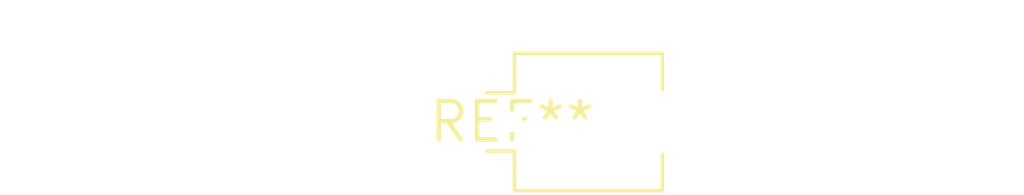
<source format=kicad_pcb>
(kicad_pcb (version 20240108) (generator pcbnew)
  (layers (0 "F.Cu" signal) (31 "B.Cu" signal) (34 "B.Paste" user) (35 "F.Paste" user) (36 "B.SilkS" user "B.Silkscreen") (37 "F.SilkS" user "F.Silkscreen") (38 "B.Mask" user) (39 "F.Mask" user) (44 "Edge.Cuts" user))
  (net 0 "")
  (footprint "Osram_DIL2_4.3x4.65mm_P5.08mm" (layer "F.Cu") (at 0 0)
    (property "Reference" "REF**")
    (property "Value" "Osram_DIL2_4.3x4.65mm_P5.08mm")
    (fp_line (start 0.08 -2.26) (end 0.08 -0.96) (layer "F.SilkS") (stroke (width 0.12)))
    (fp_line (start 0.08 -2.26) (end 4.95 -2.26) (layer "F.SilkS") (stroke (width 0.12)))
    (fp_line (start 0.08 -0.96) (end -0.84 -0.96) (layer "F.SilkS") (stroke (width 0.12)))
    (fp_line (start 0.08 0.96) (end -0.84 0.96) (layer "F.SilkS") (stroke (width 0.12)))
    (fp_line (start 0.08 0.96) (end 0.08 2.26) (layer "F.SilkS") (stroke (width 0.12)))
    (fp_line (start 4.95 -2.26) (end 4.95 -1.06) (layer "F.SilkS") (stroke (width 0.12)))
    (fp_line (start 4.95 1.06) (end 4.95 2.26) (layer "F.SilkS") (stroke (width 0.12)))
    (fp_line (start 4.95 2.26) (end 0.08 2.26) (layer "F.SilkS") (stroke (width 0.12)))
    (pad "1" thru_hole roundrect (at 0 0) (size 1.7 1.4) (drill 0.7) (layers *.Cu *.Mask) (remove_unused_layers) (roundrect_rratio 0.178))
    (pad "2" thru_hole oval (at 5.08 0) (size 1.7 1.4) (drill 0.7) (layers *.Cu *.Mask) (remove_unused_layers))
  )
)
</source>
